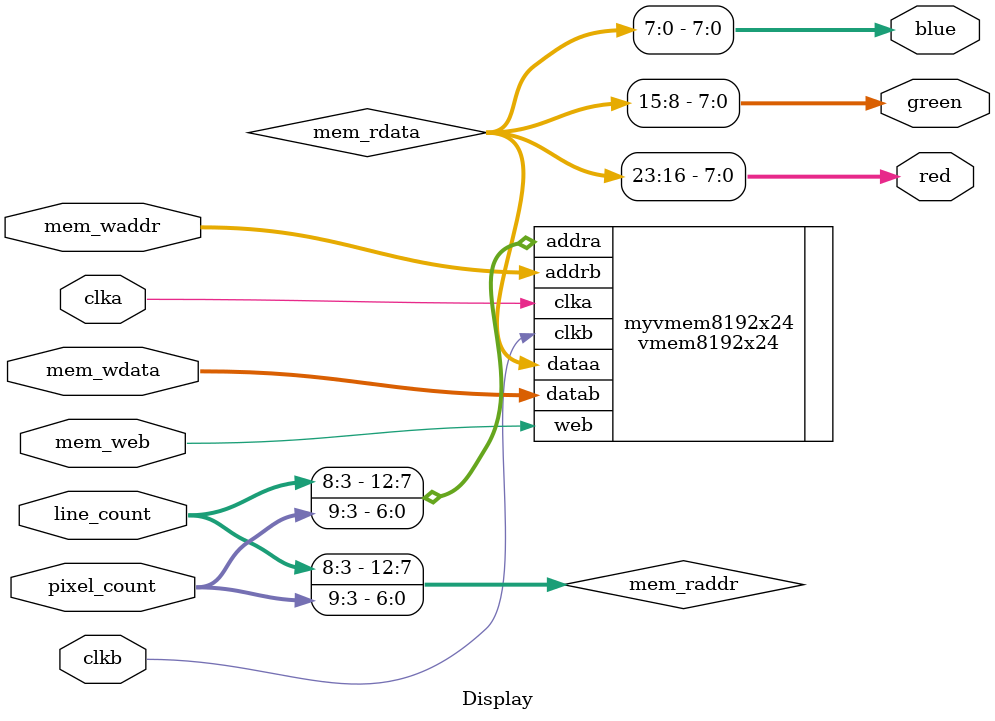
<source format=v>
module Display
(
  input       clka,
  input       clkb,

  input [9:0] pixel_count,  // V_count
  input [9:0] line_count,   // H_count

  input [12:0] mem_waddr, 
  input [23:0] mem_wdata, 
  input        mem_web, 

  output [7:0] red,
  output [7:0] green,
  output [7:0] blue
);

wire [23:0] mem_rdata;
wire [12:0] mem_raddr;

assign mem_raddr = {line_count[8:3], pixel_count[9:3]};

vmem8192x24 myvmem8192x24 (
   .clka  (clka),
   .addra (mem_raddr),
   .dataa (mem_rdata),
   .clkb  (clkb),
   .addrb (mem_waddr),
   .datab (mem_wdata),
   .web   (mem_web)
   );

assign red   = mem_rdata[23:16];
assign green = mem_rdata[15:8];
assign blue  = mem_rdata[7:0];

endmodule


</source>
